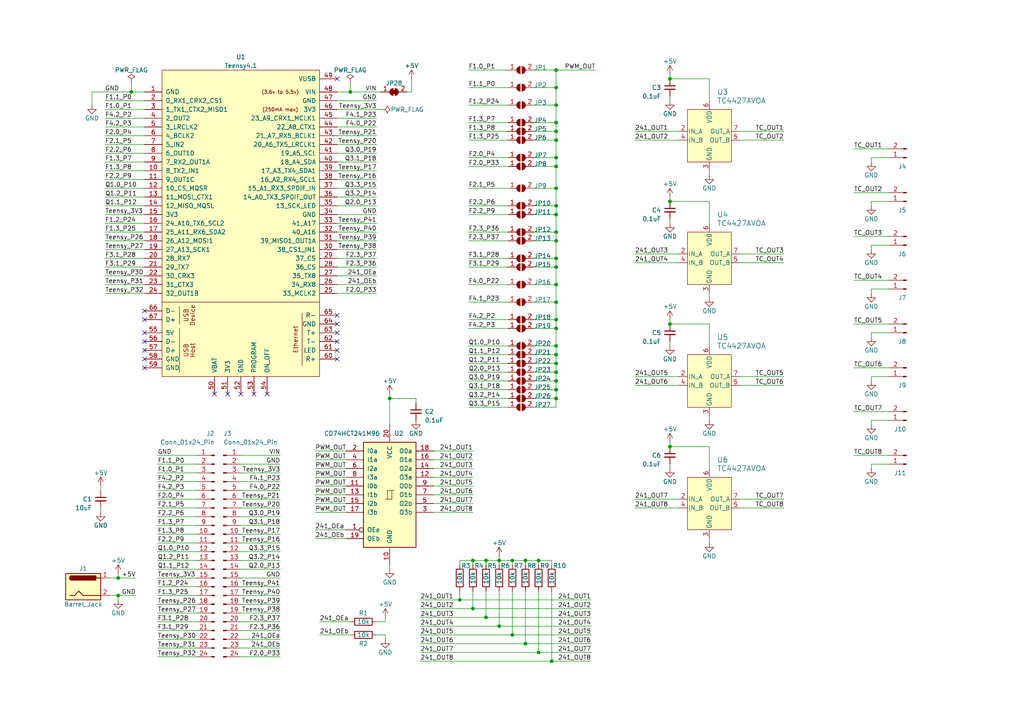
<source format=kicad_sch>
(kicad_sch (version 20230121) (generator eeschema)
  (paper "A4")
  (title_block (title "BeDSyino 1.0") (date "2024-01-11") (rev "1"))
  (junction (at 161.29 74.93))
  (junction (at 161.29 92.71))
  (junction (at 194.31 129.54))
  (junction (at 161.29 45.72))
  (junction (at 161.29 69.85))
  (junction (at 101.6 26.67))
  (junction (at 34.29 172.72))
  (junction (at 160.02 191.77))
  (junction (at 161.29 30.48))
  (junction (at 133.35 173.99))
  (junction (at 161.29 59.69))
  (junction (at 161.29 107.95))
  (junction (at 161.29 87.63))
  (junction (at 161.29 115.57))
  (junction (at 137.16 162.56))
  (junction (at 161.29 105.41))
  (junction (at 148.59 162.56))
  (junction (at 161.29 62.23))
  (junction (at 161.29 25.4))
  (junction (at 161.29 102.87))
  (junction (at 113.03 115.57))
  (junction (at 161.29 35.56))
  (junction (at 161.29 82.55))
  (junction (at 144.78 162.56))
  (junction (at 140.97 162.56))
  (junction (at 156.21 189.23))
  (junction (at 140.97 179.07))
  (junction (at 161.29 20.32))
  (junction (at 38.1 26.67))
  (junction (at 161.29 95.25))
  (junction (at 148.59 184.15))
  (junction (at 161.29 40.64))
  (junction (at 161.29 113.03))
  (junction (at 194.31 93.98))
  (junction (at 161.29 48.26))
  (junction (at 152.4 186.69))
  (junction (at 161.29 54.61))
  (junction (at 161.29 100.33))
  (junction (at 161.29 110.49))
  (junction (at 34.29 167.64))
  (junction (at 137.16 176.53))
  (junction (at 156.21 162.56))
  (junction (at 161.29 67.31))
  (junction (at 161.29 38.1))
  (junction (at 144.78 181.61))
  (junction (at 194.31 22.86))
  (junction (at 152.4 162.56))
  (junction (at 194.31 58.42))
  (junction (at 161.29 77.47))
  (no_connect (at 66.04 114.3))
  (no_connect (at 97.79 99.06))
  (no_connect (at 69.85 114.3))
  (no_connect (at 73.66 114.3))
  (no_connect (at 62.23 114.3))
  (no_connect (at 41.91 101.6))
  (no_connect (at 77.47 114.3))
  (no_connect (at 41.91 99.06))
  (no_connect (at 41.91 90.17))
  (no_connect (at 41.91 106.68))
  (no_connect (at 41.91 96.52))
  (no_connect (at 97.79 104.14))
  (no_connect (at 97.79 93.98))
  (no_connect (at 97.79 22.86))
  (no_connect (at 41.91 92.71))
  (no_connect (at 97.79 101.6))
  (no_connect (at 41.91 104.14))
  (no_connect (at 97.79 91.44))
  (no_connect (at 97.79 96.52))
  (wire (pts (xy 184.15 76.2) (xy 196.85 76.2)))
  (wire (pts (xy 31.75 167.64) (xy 34.29 167.64)))
  (wire (pts (xy 194.31 128.27) (xy 194.31 129.54)))
  (wire (pts (xy 148.59 162.56) (xy 148.59 163.83)))
  (wire (pts (xy 81.28 182.88) (xy 69.85 182.88)))
  (wire (pts (xy 247.65 93.98) (xy 257.81 93.98)))
  (wire (pts (xy 135.89 87.63) (xy 147.32 87.63)))
  (wire (pts (xy 111.76 184.15) (xy 111.76 185.42)))
  (wire (pts (xy 135.89 105.41) (xy 147.32 105.41)))
  (wire (pts (xy 45.72 152.4) (xy 57.15 152.4)))
  (wire (pts (xy 69.85 147.32) (xy 81.28 147.32)))
  (wire (pts (xy 120.65 115.57) (xy 120.65 116.84)))
  (wire (pts (xy 135.89 110.49) (xy 147.32 110.49)))
  (wire (pts (xy 135.89 62.23) (xy 147.32 62.23)))
  (wire (pts (xy 133.35 173.99) (xy 133.35 171.45)))
  (wire (pts (xy 161.29 40.64) (xy 161.29 45.72)))
  (wire (pts (xy 38.1 24.13) (xy 38.1 26.67)))
  (wire (pts (xy 57.15 132.08) (xy 45.72 132.08)))
  (wire (pts (xy 205.74 85.09) (xy 205.74 86.36)))
  (wire (pts (xy 161.29 87.63) (xy 161.29 92.71)))
  (wire (pts (xy 113.03 115.57) (xy 113.03 123.19)))
  (wire (pts (xy 194.31 99.06) (xy 194.31 100.33)))
  (wire (pts (xy 161.29 54.61) (xy 161.29 59.69)))
  (wire (pts (xy 45.72 172.72) (xy 57.15 172.72)))
  (wire (pts (xy 156.21 189.23) (xy 156.21 171.45)))
  (wire (pts (xy 184.15 40.64) (xy 196.85 40.64)))
  (wire (pts (xy 252.73 134.62) (xy 257.81 134.62)))
  (wire (pts (xy 91.44 133.35) (xy 100.33 133.35)))
  (wire (pts (xy 69.85 157.48) (xy 81.28 157.48)))
  (wire (pts (xy 194.31 134.62) (xy 194.31 135.89)))
  (wire (pts (xy 205.74 93.98) (xy 205.74 100.33)))
  (wire (pts (xy 154.94 113.03) (xy 161.29 113.03)))
  (wire (pts (xy 97.79 41.91) (xy 109.22 41.91)))
  (wire (pts (xy 161.29 77.47) (xy 161.29 82.55)))
  (wire (pts (xy 154.94 95.25) (xy 161.29 95.25)))
  (wire (pts (xy 152.4 162.56) (xy 156.21 162.56)))
  (wire (pts (xy 30.48 36.83) (xy 41.91 36.83)))
  (wire (pts (xy 194.31 57.15) (xy 194.31 58.42)))
  (wire (pts (xy 135.89 115.57) (xy 147.32 115.57)))
  (wire (pts (xy 69.85 172.72) (xy 81.28 172.72)))
  (wire (pts (xy 57.15 170.18) (xy 45.72 170.18)))
  (wire (pts (xy 156.21 162.56) (xy 160.02 162.56)))
  (wire (pts (xy 184.15 109.22) (xy 196.85 109.22)))
  (wire (pts (xy 144.78 162.56) (xy 148.59 162.56)))
  (wire (pts (xy 45.72 187.96) (xy 57.15 187.96)))
  (wire (pts (xy 97.79 80.01) (xy 109.22 80.01)))
  (wire (pts (xy 30.48 41.91) (xy 41.91 41.91)))
  (wire (pts (xy 45.72 175.26) (xy 57.15 175.26)))
  (wire (pts (xy 154.94 107.95) (xy 161.29 107.95)))
  (wire (pts (xy 125.73 138.43) (xy 137.16 138.43)))
  (wire (pts (xy 29.21 140.97) (xy 29.21 142.24)))
  (wire (pts (xy 154.94 20.32) (xy 161.29 20.32)))
  (wire (pts (xy 152.4 162.56) (xy 152.4 163.83)))
  (wire (pts (xy 161.29 110.49) (xy 161.29 113.03)))
  (wire (pts (xy 205.74 49.53) (xy 205.74 50.8)))
  (wire (pts (xy 156.21 162.56) (xy 156.21 163.83)))
  (wire (pts (xy 154.94 74.93) (xy 161.29 74.93)))
  (wire (pts (xy 45.72 162.56) (xy 57.15 162.56)))
  (wire (pts (xy 81.28 160.02) (xy 69.85 160.02)))
  (wire (pts (xy 30.48 49.53) (xy 41.91 49.53)))
  (wire (pts (xy 30.48 85.09) (xy 41.91 85.09)))
  (wire (pts (xy 161.29 113.03) (xy 161.29 115.57)))
  (wire (pts (xy 252.73 72.39) (xy 252.73 71.12)))
  (wire (pts (xy 135.89 113.03) (xy 147.32 113.03)))
  (wire (pts (xy 156.21 189.23) (xy 171.45 189.23)))
  (wire (pts (xy 101.6 24.13) (xy 101.6 26.67)))
  (wire (pts (xy 30.48 52.07) (xy 41.91 52.07)))
  (wire (pts (xy 154.94 110.49) (xy 161.29 110.49)))
  (wire (pts (xy 34.29 172.72) (xy 39.37 172.72)))
  (wire (pts (xy 109.22 46.99) (xy 97.79 46.99)))
  (wire (pts (xy 154.94 118.11) (xy 161.29 118.11)))
  (wire (pts (xy 97.79 49.53) (xy 109.22 49.53)))
  (wire (pts (xy 69.85 167.64) (xy 81.28 167.64)))
  (wire (pts (xy 109.22 34.29) (xy 97.79 34.29)))
  (wire (pts (xy 154.94 38.1) (xy 161.29 38.1)))
  (wire (pts (xy 205.74 120.65) (xy 205.74 121.92)))
  (wire (pts (xy 135.89 48.26) (xy 147.32 48.26)))
  (wire (pts (xy 161.29 20.32) (xy 161.29 25.4)))
  (wire (pts (xy 30.48 34.29) (xy 41.91 34.29)))
  (wire (pts (xy 97.79 62.23) (xy 109.22 62.23)))
  (wire (pts (xy 152.4 186.69) (xy 171.45 186.69)))
  (wire (pts (xy 30.48 74.93) (xy 41.91 74.93)))
  (wire (pts (xy 161.29 102.87) (xy 161.29 105.41)))
  (wire (pts (xy 45.72 139.7) (xy 57.15 139.7)))
  (wire (pts (xy 194.31 129.54) (xy 205.74 129.54)))
  (wire (pts (xy 161.29 92.71) (xy 161.29 95.25)))
  (wire (pts (xy 194.31 92.71) (xy 194.31 93.98)))
  (wire (pts (xy 45.72 144.78) (xy 57.15 144.78)))
  (wire (pts (xy 184.15 147.32) (xy 196.85 147.32)))
  (wire (pts (xy 109.22 74.93) (xy 97.79 74.93)))
  (wire (pts (xy 81.28 180.34) (xy 69.85 180.34)))
  (wire (pts (xy 97.79 29.21) (xy 109.22 29.21)))
  (wire (pts (xy 137.16 162.56) (xy 140.97 162.56)))
  (wire (pts (xy 109.22 184.15) (xy 111.76 184.15)))
  (wire (pts (xy 214.63 109.22) (xy 227.33 109.22)))
  (wire (pts (xy 91.44 130.81) (xy 100.33 130.81)))
  (wire (pts (xy 247.65 106.68) (xy 257.81 106.68)))
  (wire (pts (xy 69.85 132.08) (xy 81.28 132.08)))
  (wire (pts (xy 69.85 185.42) (xy 81.28 185.42)))
  (wire (pts (xy 125.73 133.35) (xy 137.16 133.35)))
  (wire (pts (xy 135.89 74.93) (xy 147.32 74.93)))
  (wire (pts (xy 111.76 179.07) (xy 111.76 180.34)))
  (wire (pts (xy 81.28 142.24) (xy 69.85 142.24)))
  (wire (pts (xy 147.32 102.87) (xy 135.89 102.87)))
  (wire (pts (xy 45.72 182.88) (xy 57.15 182.88)))
  (wire (pts (xy 45.72 154.94) (xy 57.15 154.94)))
  (wire (pts (xy 45.72 160.02) (xy 57.15 160.02)))
  (wire (pts (xy 252.73 45.72) (xy 257.81 45.72)))
  (wire (pts (xy 154.94 67.31) (xy 161.29 67.31)))
  (wire (pts (xy 30.48 80.01) (xy 41.91 80.01)))
  (wire (pts (xy 161.29 67.31) (xy 161.29 69.85)))
  (wire (pts (xy 30.48 67.31) (xy 41.91 67.31)))
  (wire (pts (xy 154.94 69.85) (xy 161.29 69.85)))
  (wire (pts (xy 30.48 82.55) (xy 41.91 82.55)))
  (wire (pts (xy 92.71 180.34) (xy 101.6 180.34)))
  (wire (pts (xy 34.29 167.64) (xy 39.37 167.64)))
  (wire (pts (xy 161.29 95.25) (xy 161.29 100.33)))
  (wire (pts (xy 247.65 132.08) (xy 257.81 132.08)))
  (wire (pts (xy 252.73 46.99) (xy 252.73 45.72)))
  (wire (pts (xy 154.94 40.64) (xy 161.29 40.64)))
  (wire (pts (xy 160.02 191.77) (xy 171.45 191.77)))
  (wire (pts (xy 45.72 180.34) (xy 57.15 180.34)))
  (wire (pts (xy 252.73 97.79) (xy 252.73 96.52)))
  (wire (pts (xy 81.28 152.4) (xy 69.85 152.4)))
  (wire (pts (xy 247.65 43.18) (xy 257.81 43.18)))
  (wire (pts (xy 154.94 62.23) (xy 161.29 62.23)))
  (wire (pts (xy 81.28 139.7) (xy 69.85 139.7)))
  (wire (pts (xy 252.73 58.42) (xy 257.81 58.42)))
  (wire (pts (xy 91.44 138.43) (xy 100.33 138.43)))
  (wire (pts (xy 194.31 27.94) (xy 194.31 29.21)))
  (wire (pts (xy 154.94 82.55) (xy 161.29 82.55)))
  (wire (pts (xy 133.35 173.99) (xy 171.45 173.99)))
  (wire (pts (xy 161.29 25.4) (xy 161.29 30.48)))
  (wire (pts (xy 91.44 148.59) (xy 100.33 148.59)))
  (wire (pts (xy 135.89 20.32) (xy 147.32 20.32)))
  (wire (pts (xy 140.97 162.56) (xy 140.97 163.83)))
  (wire (pts (xy 100.33 153.67) (xy 91.44 153.67)))
  (wire (pts (xy 135.89 45.72) (xy 147.32 45.72)))
  (wire (pts (xy 45.72 137.16) (xy 57.15 137.16)))
  (wire (pts (xy 214.63 73.66) (xy 227.33 73.66)))
  (wire (pts (xy 154.94 48.26) (xy 161.29 48.26)))
  (wire (pts (xy 97.79 31.75) (xy 110.49 31.75)))
  (wire (pts (xy 135.89 54.61) (xy 147.32 54.61)))
  (wire (pts (xy 69.85 175.26) (xy 81.28 175.26)))
  (wire (pts (xy 26.67 30.48) (xy 26.67 26.67)))
  (wire (pts (xy 161.29 100.33) (xy 161.29 102.87)))
  (wire (pts (xy 125.73 140.97) (xy 137.16 140.97)))
  (wire (pts (xy 154.94 35.56) (xy 161.29 35.56)))
  (wire (pts (xy 154.94 77.47) (xy 161.29 77.47)))
  (wire (pts (xy 121.92 181.61) (xy 144.78 181.61)))
  (wire (pts (xy 252.73 59.69) (xy 252.73 58.42)))
  (wire (pts (xy 125.73 130.81) (xy 137.16 130.81)))
  (wire (pts (xy 125.73 143.51) (xy 137.16 143.51)))
  (wire (pts (xy 161.29 30.48) (xy 161.29 35.56)))
  (wire (pts (xy 161.29 107.95) (xy 161.29 110.49)))
  (wire (pts (xy 161.29 35.56) (xy 161.29 38.1)))
  (wire (pts (xy 148.59 162.56) (xy 152.4 162.56)))
  (wire (pts (xy 125.73 135.89) (xy 137.16 135.89)))
  (wire (pts (xy 184.15 38.1) (xy 196.85 38.1)))
  (wire (pts (xy 81.28 190.5) (xy 69.85 190.5)))
  (wire (pts (xy 135.89 67.31) (xy 147.32 67.31)))
  (wire (pts (xy 137.16 162.56) (xy 137.16 163.83)))
  (wire (pts (xy 45.72 190.5) (xy 57.15 190.5)))
  (wire (pts (xy 45.72 177.8) (xy 57.15 177.8)))
  (wire (pts (xy 161.29 102.87) (xy 154.94 102.87)))
  (wire (pts (xy 30.48 57.15) (xy 41.91 57.15)))
  (wire (pts (xy 161.29 115.57) (xy 161.29 118.11)))
  (wire (pts (xy 133.35 162.56) (xy 137.16 162.56)))
  (wire (pts (xy 214.63 144.78) (xy 227.33 144.78)))
  (wire (pts (xy 45.72 165.1) (xy 57.15 165.1)))
  (wire (pts (xy 154.94 59.69) (xy 161.29 59.69)))
  (wire (pts (xy 154.94 92.71) (xy 161.29 92.71)))
  (wire (pts (xy 252.73 85.09) (xy 252.73 83.82)))
  (wire (pts (xy 91.44 140.97) (xy 100.33 140.97)))
  (wire (pts (xy 135.89 69.85) (xy 147.32 69.85)))
  (wire (pts (xy 69.85 177.8) (xy 81.28 177.8)))
  (wire (pts (xy 154.94 105.41) (xy 161.29 105.41)))
  (wire (pts (xy 109.22 59.69) (xy 97.79 59.69)))
  (wire (pts (xy 30.48 77.47) (xy 41.91 77.47)))
  (wire (pts (xy 121.92 186.69) (xy 152.4 186.69)))
  (wire (pts (xy 125.73 146.05) (xy 137.16 146.05)))
  (wire (pts (xy 109.22 54.61) (xy 97.79 54.61)))
  (wire (pts (xy 30.48 54.61) (xy 41.91 54.61)))
  (wire (pts (xy 161.29 20.32) (xy 172.72 20.32)))
  (wire (pts (xy 135.89 35.56) (xy 147.32 35.56)))
  (wire (pts (xy 45.72 167.64) (xy 57.15 167.64)))
  (wire (pts (xy 69.85 154.94) (xy 81.28 154.94)))
  (wire (pts (xy 69.85 137.16) (xy 81.28 137.16)))
  (wire (pts (xy 29.21 147.32) (xy 29.21 148.59)))
  (wire (pts (xy 247.65 119.38) (xy 257.81 119.38)))
  (wire (pts (xy 205.74 129.54) (xy 205.74 135.89)))
  (wire (pts (xy 34.29 166.37) (xy 34.29 167.64)))
  (wire (pts (xy 30.48 39.37) (xy 41.91 39.37)))
  (wire (pts (xy 252.73 110.49) (xy 252.73 109.22)))
  (wire (pts (xy 121.92 184.15) (xy 148.59 184.15)))
  (wire (pts (xy 113.03 163.83) (xy 113.03 165.1)))
  (wire (pts (xy 194.31 63.5) (xy 194.31 64.77)))
  (wire (pts (xy 38.1 26.67) (xy 41.91 26.67)))
  (wire (pts (xy 121.92 173.99) (xy 133.35 173.99)))
  (wire (pts (xy 97.79 67.31) (xy 109.22 67.31)))
  (wire (pts (xy 97.79 64.77) (xy 109.22 64.77)))
  (wire (pts (xy 140.97 179.07) (xy 140.97 171.45)))
  (wire (pts (xy 152.4 186.69) (xy 152.4 171.45)))
  (wire (pts (xy 135.89 118.11) (xy 147.32 118.11)))
  (wire (pts (xy 91.44 135.89) (xy 100.33 135.89)))
  (wire (pts (xy 97.79 72.39) (xy 109.22 72.39)))
  (wire (pts (xy 118.11 26.67) (xy 119.38 26.67)))
  (wire (pts (xy 69.85 144.78) (xy 81.28 144.78)))
  (wire (pts (xy 30.48 46.99) (xy 41.91 46.99)))
  (wire (pts (xy 45.72 157.48) (xy 57.15 157.48)))
  (wire (pts (xy 154.94 100.33) (xy 161.29 100.33)))
  (wire (pts (xy 26.67 26.67) (xy 38.1 26.67)))
  (wire (pts (xy 184.15 144.78) (xy 196.85 144.78)))
  (wire (pts (xy 135.89 59.69) (xy 147.32 59.69)))
  (wire (pts (xy 184.15 111.76) (xy 196.85 111.76)))
  (wire (pts (xy 252.73 71.12) (xy 257.81 71.12)))
  (wire (pts (xy 252.73 83.82) (xy 257.81 83.82)))
  (wire (pts (xy 194.31 22.86) (xy 205.74 22.86)))
  (wire (pts (xy 160.02 162.56) (xy 160.02 163.83)))
  (wire (pts (xy 97.79 52.07) (xy 109.22 52.07)))
  (wire (pts (xy 252.73 96.52) (xy 257.81 96.52)))
  (wire (pts (xy 125.73 148.59) (xy 137.16 148.59)))
  (wire (pts (xy 109.22 44.45) (xy 97.79 44.45)))
  (wire (pts (xy 133.35 163.83) (xy 133.35 162.56)))
  (wire (pts (xy 109.22 36.83) (xy 97.79 36.83)))
  (wire (pts (xy 92.71 184.15) (xy 101.6 184.15)))
  (wire (pts (xy 205.74 58.42) (xy 205.74 64.77)))
  (wire (pts (xy 137.16 176.53) (xy 137.16 171.45)))
  (wire (pts (xy 154.94 115.57) (xy 161.29 115.57)))
  (wire (pts (xy 135.89 92.71) (xy 147.32 92.71)))
  (wire (pts (xy 161.29 38.1) (xy 161.29 40.64)))
  (wire (pts (xy 144.78 161.29) (xy 144.78 162.56)))
  (wire (pts (xy 247.65 81.28) (xy 257.81 81.28)))
  (wire (pts (xy 135.89 38.1) (xy 147.32 38.1)))
  (wire (pts (xy 30.48 72.39) (xy 41.91 72.39)))
  (wire (pts (xy 154.94 87.63) (xy 161.29 87.63)))
  (wire (pts (xy 161.29 48.26) (xy 161.29 54.61)))
  (wire (pts (xy 160.02 191.77) (xy 160.02 171.45)))
  (wire (pts (xy 30.48 31.75) (xy 41.91 31.75)))
  (wire (pts (xy 45.72 147.32) (xy 57.15 147.32)))
  (wire (pts (xy 194.31 21.59) (xy 194.31 22.86)))
  (wire (pts (xy 184.15 73.66) (xy 196.85 73.66)))
  (wire (pts (xy 140.97 179.07) (xy 171.45 179.07)))
  (wire (pts (xy 135.89 40.64) (xy 147.32 40.64)))
  (wire (pts (xy 69.85 170.18) (xy 81.28 170.18)))
  (wire (pts (xy 30.48 29.21) (xy 41.91 29.21)))
  (wire (pts (xy 247.65 68.58) (xy 257.81 68.58)))
  (wire (pts (xy 97.79 26.67) (xy 101.6 26.67)))
  (wire (pts (xy 140.97 162.56) (xy 144.78 162.56)))
  (wire (pts (xy 161.29 82.55) (xy 161.29 87.63)))
  (wire (pts (xy 214.63 147.32) (xy 227.33 147.32)))
  (wire (pts (xy 135.89 82.55) (xy 147.32 82.55)))
  (wire (pts (xy 97.79 69.85) (xy 109.22 69.85)))
  (wire (pts (xy 119.38 22.86) (xy 119.38 26.67)))
  (wire (pts (xy 252.73 109.22) (xy 257.81 109.22)))
  (wire (pts (xy 252.73 121.92) (xy 257.81 121.92)))
  (wire (pts (xy 214.63 76.2) (xy 227.33 76.2)))
  (wire (pts (xy 161.29 59.69) (xy 161.29 62.23)))
  (wire (pts (xy 34.29 172.72) (xy 34.29 173.99)))
  (wire (pts (xy 113.03 115.57) (xy 120.65 115.57)))
  (wire (pts (xy 30.48 62.23) (xy 41.91 62.23)))
  (wire (pts (xy 144.78 162.56) (xy 144.78 163.83)))
  (wire (pts (xy 161.29 62.23) (xy 161.29 67.31)))
  (wire (pts (xy 154.94 54.61) (xy 161.29 54.61)))
  (wire (pts (xy 148.59 184.15) (xy 148.59 171.45)))
  (wire (pts (xy 31.75 172.72) (xy 34.29 172.72)))
  (wire (pts (xy 101.6 26.67) (xy 110.49 26.67)))
  (wire (pts (xy 109.22 85.09) (xy 97.79 85.09)))
  (wire (pts (xy 45.72 142.24) (xy 57.15 142.24)))
  (wire (pts (xy 81.28 162.56) (xy 69.85 162.56)))
  (wire (pts (xy 81.28 165.1) (xy 69.85 165.1)))
  (wire (pts (xy 227.33 40.64) (xy 214.63 40.64)))
  (wire (pts (xy 137.16 176.53) (xy 171.45 176.53)))
  (wire (pts (xy 227.33 38.1) (xy 214.63 38.1)))
  (wire (pts (xy 144.78 181.61) (xy 144.78 171.45)))
  (wire (pts (xy 121.92 191.77) (xy 160.02 191.77)))
  (wire (pts (xy 113.03 114.3) (xy 113.03 115.57)))
  (wire (pts (xy 135.89 95.25) (xy 147.32 95.25)))
  (wire (pts (xy 81.28 149.86) (xy 69.85 149.86)))
  (wire (pts (xy 205.74 156.21) (xy 205.74 157.48)))
  (wire (pts (xy 109.22 77.47) (xy 97.79 77.47)))
  (wire (pts (xy 109.22 57.15) (xy 97.79 57.15)))
  (wire (pts (xy 135.89 25.4) (xy 147.32 25.4)))
  (wire (pts (xy 148.59 184.15) (xy 171.45 184.15)))
  (wire (pts (xy 161.29 74.93) (xy 161.29 77.47)))
  (wire (pts (xy 30.48 59.69) (xy 41.91 59.69)))
  (wire (pts (xy 45.72 185.42) (xy 57.15 185.42)))
  (wire (pts (xy 194.31 93.98) (xy 205.74 93.98)))
  (wire (pts (xy 154.94 30.48) (xy 161.29 30.48)))
  (wire (pts (xy 97.79 82.55) (xy 109.22 82.55)))
  (wire (pts (xy 30.48 69.85) (xy 41.91 69.85)))
  (wire (pts (xy 30.48 44.45) (xy 41.91 44.45)))
  (wire (pts (xy 91.44 146.05) (xy 100.33 146.05)))
  (wire (pts (xy 69.85 134.62) (xy 81.28 134.62)))
  (wire (pts (xy 135.89 107.95) (xy 147.32 107.95)))
  (wire (pts (xy 45.72 149.86) (xy 57.15 149.86)))
  (wire (pts (xy 121.92 179.07) (xy 140.97 179.07)))
  (wire (pts (xy 194.31 58.42) (xy 205.74 58.42)))
  (wire (pts (xy 214.63 111.76) (xy 227.33 111.76)))
  (wire (pts (xy 252.73 123.19) (xy 252.73 121.92)))
  (wire (pts (xy 144.78 181.61) (xy 171.45 181.61)))
  (wire (pts (xy 91.44 143.51) (xy 100.33 143.51)))
  (wire (pts (xy 135.89 77.47) (xy 147.32 77.47)))
  (wire (pts (xy 154.94 25.4) (xy 161.29 25.4)))
  (wire (pts (xy 100.33 156.21) (xy 91.44 156.21)))
  (wire (pts (xy 121.92 176.53) (xy 137.16 176.53)))
  (wire (pts (xy 41.91 64.77) (xy 30.48 64.77)))
  (wire (pts (xy 135.89 30.48) (xy 147.32 30.48)))
  (wire (pts (xy 69.85 187.96) (xy 81.28 187.96)))
  (wire (pts (xy 109.22 180.34) (xy 111.76 180.34)))
  (wire (pts (xy 135.89 100.33) (xy 147.32 100.33)))
  (wire (pts (xy 121.92 189.23) (xy 156.21 189.23)))
  (wire (pts (xy 45.72 134.62) (xy 57.15 134.62)))
  (wire (pts (xy 252.73 135.89) (xy 252.73 134.62)))
  (wire (pts (xy 205.74 22.86) (xy 205.74 29.21)))
  (wire (pts (xy 247.65 55.88) (xy 257.81 55.88)))
  (wire (pts (xy 97.79 39.37) (xy 109.22 39.37)))
  (wire (pts (xy 154.94 45.72) (xy 161.29 45.72)))
  (wire (pts (xy 161.29 105.41) (xy 161.29 107.95)))
  (wire (pts (xy 161.29 69.85) (xy 161.29 74.93)))
  (wire (pts (xy 161.29 45.72) (xy 161.29 48.26)))
  (label "Teensy_P31" (at 30.48 82.55 0))
  (label "F4.2_P2" (at 45.72 139.7 0))
  (label "Q1.2_P11" (at 45.72 162.56 0))
  (label "PWM_OUT" (at 91.44 138.43 0))
  (label "Teensy_P27" (at 45.72 177.8 0))
  (label "Q3.0_P19" (at 135.89 110.49 0))
  (label "Q3.0_P19" (at 109.22 44.45 180))
  (label "241_OUT4" (at 121.92 181.61 0))
  (label "F1.2_P24" (at 45.72 170.18 0))
  (label "TC_OUT2" (at 247.65 55.88 0))
  (label "241_OUT1" (at 121.92 173.99 0))
  (label "F1.3_P25" (at 30.48 67.31 0))
  (label "Teensy_P27" (at 30.48 72.39 0))
  (label "241_OEb" (at 81.28 187.96 180))
  (label "241_OUT5" (at 184.15 109.22 0))
  (label "Q3.3_P15" (at 109.22 54.61 180))
  (label "Teensy_P41" (at 81.28 170.18 180))
  (label "241_OUT7" (at 121.92 189.23 0))
  (label "F2.3_P37" (at 81.28 180.34 180))
  (label "Teensy_P21" (at 109.22 39.37 180))
  (label "TC_OUT5" (at 227.33 109.22 180))
  (label "Q1.2_P11" (at 135.89 105.41 0))
  (label "F1.2_P24" (at 30.48 64.77 0))
  (label "F3.1_P28" (at 45.72 180.34 0))
  (label "Q1.0_P10" (at 45.72 160.02 0))
  (label "241_OUT2" (at 137.16 133.35 180))
  (label "F4.2_P2" (at 30.48 34.29 0))
  (label "F1.0_P1" (at 45.72 137.16 0))
  (label "PWM_OUT" (at 91.44 146.05 0))
  (label "Q1.1_P12" (at 135.89 102.87 0))
  (label "PWM_OUT" (at 91.44 130.81 0))
  (label "241_OEb" (at 92.71 184.15 0))
  (label "Q3.1_P18" (at 81.28 152.4 180))
  (label "241_OUT8" (at 171.45 191.77 180))
  (label "F3.1_P29" (at 135.89 77.47 0))
  (label "241_OUT1" (at 137.16 130.81 180))
  (label "241_OUT2" (at 171.45 176.53 180))
  (label "F4.2_P2" (at 135.89 92.71 0))
  (label "241_OEa" (at 81.28 185.42 180))
  (label "Teensy_P17" (at 81.28 154.94 180))
  (label "F4.0_P22" (at 81.28 142.24 180))
  (label "Teensy_P38" (at 109.22 72.39 180))
  (label "F2.2_P6" (at 135.89 59.69 0))
  (label "Teensy_P41" (at 109.22 64.77 180))
  (label "TC_OUT5" (at 247.65 93.98 0))
  (label "F2.3_P36" (at 109.22 77.47 180))
  (label "241_OUT4" (at 184.15 76.2 0))
  (label "TC_OUT1" (at 227.33 38.1 180))
  (label "241_OEa" (at 91.44 153.67 0))
  (label "F1.3_P8" (at 135.89 38.1 0))
  (label "Q1.1_P12" (at 30.48 59.69 0))
  (label "F2.3_P37" (at 109.22 74.93 180))
  (label "F1.0_P1" (at 135.89 20.32 0))
  (label "241_OUT4" (at 137.16 138.43 180))
  (label "GND" (at 109.22 62.23 180))
  (label "Teensy_3V3" (at 30.48 62.23 0))
  (label "F4.1_P23" (at 109.22 34.29 180))
  (label "Q3.3_P15" (at 135.89 118.11 0))
  (label "TC_OUT7" (at 247.65 119.38 0))
  (label "TC_OUT8" (at 227.33 147.32 180))
  (label "Teensy_3V3" (at 45.72 167.64 0))
  (label "F2.0_P33" (at 109.22 85.09 180))
  (label "241_OUT5" (at 121.92 184.15 0))
  (label "241_OUT8" (at 184.15 147.32 0))
  (label "Teensy_P20" (at 81.28 147.32 180))
  (label "F1.3_P8" (at 30.48 49.53 0))
  (label "PWM_OUT" (at 91.44 143.51 0))
  (label "TC_OUT3" (at 247.65 68.58 0))
  (label "GND" (at 81.28 134.62 180))
  (label "241_OEa" (at 109.22 80.01 180))
  (label "F3.1_P28" (at 30.48 74.93 0))
  (label "241_OUT5" (at 137.16 140.97 180))
  (label "Q2.0_P13" (at 81.28 165.1 180))
  (label "Teensy_P20" (at 109.22 41.91 180))
  (label "F4.2_P3" (at 135.89 95.25 0))
  (label "GND" (at 30.48 26.67 0))
  (label "241_OUT3" (at 171.45 179.07 180))
  (label "241_OUT1" (at 184.15 38.1 0))
  (label "241_OUT5" (at 171.45 184.15 180))
  (label "VIN" (at 81.28 132.08 180))
  (label "F2.2_P9" (at 30.48 52.07 0))
  (label "Teensy_3V3" (at 81.28 137.16 180))
  (label "F1.3_P25" (at 135.89 40.64 0))
  (label "Teensy_P26" (at 45.72 175.26 0))
  (label "Q1.1_P12" (at 45.72 165.1 0))
  (label "F2.0_P4" (at 30.48 39.37 0))
  (label "Teensy_P17" (at 109.22 49.53 180))
  (label "VIN" (at 109.22 26.67 180))
  (label "Q3.0_P19" (at 81.28 149.86 180))
  (label "F2.0_P33" (at 81.28 190.5 180))
  (label "F2.3_P37" (at 135.89 69.85 0))
  (label "241_OUT6" (at 137.16 143.51 180))
  (label "Teensy_P26" (at 30.48 69.85 0))
  (label "241_OUT3" (at 121.92 179.07 0))
  (label "F2.1_P5" (at 135.89 54.61 0))
  (label "241_OUT2" (at 121.92 176.53 0))
  (label "241_OUT1" (at 171.45 173.99 180))
  (label "Teensy_P40" (at 109.22 67.31 180))
  (label "GND" (at 45.72 132.08 0))
  (label "241_OUT3" (at 137.16 135.89 180))
  (label "241_OUT8" (at 121.92 191.77 0))
  (label "Teensy_P38" (at 81.28 177.8 180))
  (label "PWM_OUT" (at 172.72 20.32 180))
  (label "PWM_OUT" (at 91.44 148.59 0))
  (label "F1.1_P0" (at 30.48 29.21 0))
  (label "241_OUT6" (at 121.92 186.69 0))
  (label "F1.3_P8" (at 45.72 154.94 0))
  (label "F1.0_P1" (at 30.48 31.75 0))
  (label "Teensy_P31" (at 45.72 187.96 0))
  (label "Teensy_3V3" (at 109.22 31.75 180))
  (label "241_OUT8" (at 137.16 148.59 180))
  (label "F2.2_P6" (at 30.48 44.45 0))
  (label "F2.2_P9" (at 135.89 62.23 0))
  (label "GND" (at 39.37 172.72 180))
  (label "F1.3_P7" (at 30.48 46.99 0))
  (label "F2.0_P4" (at 45.72 144.78 0))
  (label "Q3.1_P18" (at 109.22 46.99 180))
  (label "Q1.2_P11" (at 30.48 57.15 0))
  (label "TC_OUT8" (at 247.65 132.08 0))
  (label "Teensy_P32" (at 30.48 85.09 0))
  (label "Teensy_P40" (at 81.28 172.72 180))
  (label "241_OUT7" (at 171.45 189.23 180))
  (label "Q2.0_P13" (at 135.89 107.95 0))
  (label "Q1.0_P10" (at 135.89 100.33 0))
  (label "241_OUT4" (at 171.45 181.61 180))
  (label "Teensy_P21" (at 81.28 144.78 180))
  (label "Q3.1_P18" (at 135.89 113.03 0))
  (label "Teensy_P30" (at 30.48 80.01 0))
  (label "F4.2_P3" (at 45.72 142.24 0))
  (label "TC_OUT3" (at 227.33 73.66 180))
  (label "241_OUT3" (at 184.15 73.66 0))
  (label "PWM_OUT" (at 91.44 135.89 0))
  (label "F2.2_P6" (at 45.72 149.86 0))
  (label "F4.1_P23" (at 81.28 139.7 180))
  (label "F4.2_P3" (at 30.48 36.83 0))
  (label "F1.2_P24" (at 135.89 30.48 0))
  (label "F4.0_P22" (at 109.22 36.83 180))
  (label "F2.3_P36" (at 81.28 182.88 180))
  (label "TC_OUT4" (at 227.33 76.2 180))
  (label "241_OEa" (at 92.71 180.34 0))
  (label "Teensy_P16" (at 81.28 157.48 180))
  (label "F2.0_P33" (at 135.89 48.26 0))
  (label "Q3.2_P14" (at 81.28 162.56 180))
  (label "241_OEb" (at 109.22 82.55 180))
  (label "241_OUT6" (at 184.15 111.76 0))
  (label "F3.1_P29" (at 30.48 77.47 0))
  (label "F3.1_P29" (at 45.72 182.88 0))
  (label "Teensy_P39" (at 109.22 69.85 180))
  (label "241_OUT7" (at 184.15 144.78 0))
  (label "F1.1_P0" (at 45.72 134.62 0))
  (label "Q3.2_P14" (at 109.22 57.15 180))
  (label "Teensy_P30" (at 45.72 185.42 0))
  (label "Q1.0_P10" (at 30.48 54.61 0))
  (label "F1.3_P7" (at 135.89 35.56 0))
  (label "241_OUT7" (at 137.16 146.05 180))
  (label "F1.1_P0" (at 135.89 25.4 0))
  (label "TC_OUT1" (at 247.65 43.18 0))
  (label "TC_OUT6" (at 247.65 106.68 0))
  (label "241_OUT6" (at 171.45 186.69 180))
  (label "Teensy_P39" (at 81.28 175.26 180))
  (label "Teensy_P16" (at 109.22 52.07 180))
  (label "TC_OUT2" (at 227.33 40.64 180))
  (label "+5V" (at 39.37 167.64 180))
  (label "TC_OUT4" (at 247.65 81.28 0))
  (label "TC_OUT6" (at 227.33 111.76 180))
  (label "PWM_OUT" (at 91.44 140.97 0))
  (label "F2.3_P36" (at 135.89 67.31 0))
  (label "F4.1_P23" (at 135.89 87.63 0))
  (label "F4.0_P22" (at 135.89 82.55 0))
  (label "GND" (at 109.22 29.21 180))
  (label "F3.1_P28" (at 135.89 74.93 0))
  (label "F2.2_P9" (at 45.72 157.48 0))
  (label "Q2.0_P13" (at 109.22 59.69 180))
  (label "Teensy_P32" (at 45.72 190.5 0))
  (label "PWM_OUT" (at 91.44 133.35 0))
  (label "F1.3_P7" (at 45.72 152.4 0))
  (label "Q3.2_P14" (at 135.89 115.57 0))
  (label "241_OEb" (at 91.44 156.21 0))
  (label "241_OUT2" (at 184.15 40.64 0))
  (label "F2.1_P5" (at 30.48 41.91 0))
  (label "Q3.3_P15" (at 81.28 160.02 180))
  (label "GND" (at 81.28 167.64 180))
  (label "F2.1_P5" (at 45.72 147.32 0))
  (label "TC_OUT7" (at 227.33 144.78 180))
  (label "F2.0_P4" (at 135.89 45.72 0))
  (label "F1.3_P25" (at 45.72 172.72 0))
  (symbol (lib_id "Library:C_Small") (at 194.31 96.52 0) (unit 1)
    (property "Reference" "C5" (at 191.77 96.52 0) (effects (justify right)))
    (property "Value" "0.1uF" (at 191.77 99.06 0) (effects (justify right)))
    (property "Footprint" "Capacitor_SMD:C_0805_2012Metric" (effects hide))
    (property "LCSC Part #" "C49678" (effects hide))
  )
  (symbol (lib_id "Library:Conn_01x02_Pin") (at 262.89 96.52 180) (unit 1) (in_bom no)
    (property "Reference" "J8" (at 262.89 99.06 0) (effects (justify left)))
    (property "Value" "Conn_01x02_Pin" (effects hide))
    (property "Footprint" "Library:Molex_KK-254_AE-7395-02_1x02_P2.54mm_Horizontal" (effects hide))
  )
  (symbol (lib_id "Library:SolderJumper_2_Open") (at 151.13 100.33 0) (unit 1) (in_bom no)
    (property "Reference" "JP20" (at 154.94 100.33 0) (effects (justify left bottom)))
    (property "Value" "Q1.0 P10" (effects hide))
    (property "Footprint" "Jumper:SolderJumper-2_P1.3mm_Open_TrianglePad1.0x1.5mm" (effects hide))
  )
  (symbol (lib_id "Library:GND") (at 111.76 185.42 0) (unit 1)
    (property "Reference" "#PWR07" (effects hide))
    (property "Value" "GND" (at 111.76 189.23 0))
  )
  (symbol (lib_id "Library:GND") (at 252.73 46.99 0) (mirror y) (unit 1)
    (property "Reference" "#PWR022" (effects hide))
    (property "Value" "GND" (at 252.73 50.8 0))
  )
  (symbol (lib_id "Library:Conn_01x02_Pin") (at 262.89 134.62 180) (unit 1) (in_bom no)
    (property "Reference" "J11" (at 262.89 137.16 0) (effects (justify left)))
    (property "Value" "Conn_01x02_Pin" (effects hide))
    (property "Footprint" "Library:Molex_KK-254_AE-7395-02_1x02_P2.54mm_Horizontal" (effects hide))
  )
  (symbol (lib_id "Library:TC4427AVOA") (at 205.74 40.64 0) (unit 1)
    (property "Reference" "U3" (at 207.9341 26.67 0) (effects (font (size 1.524 1.524)) (justify left)))
    (property "Value" "TC4427AVOA" (at 207.9341 29.21 0) (effects (font (size 1.524 1.524)) (justify left)))
    (property "Footprint" "Library:SOIC8-N_MC_MCH" (effects hide))
    (property "Datasheet" "TC4427AVOA" (effects hide))
    (property "LCSC Part #" "C624944" (effects hide))
    (property "JLCPCB Rotation Offset" "270" (effects hide))
  )
  (symbol (lib_id "Library:GND") (at 252.73 135.89 0) (mirror y) (unit 1)
    (property "Reference" "#PWR029" (effects hide))
    (property "Value" "GND" (at 252.73 139.7 0))
  )
  (symbol (lib_id "Library:R") (at 105.41 180.34 270) (unit 1)
    (property "Reference" "R1" (at 105.41 177.8 90))
    (property "Value" "10k" (at 105.41 180.34 90))
    (property "Footprint" "Resistor_SMD:R_0805_2012Metric" (effects hide))
    (property "LCSC Part #" "C100047" (effects hide))
  )
  (symbol (lib_id "Library:+5V") (at 144.78 161.29 0) (unit 1)
    (property "Reference" "#PWR09" (effects hide))
    (property "Value" "+5V" (at 144.78 157.48 0))
  )
  (symbol (lib_id "Library:PWR_FLAG") (at 38.1 24.13 0) (unit 1)
    (property "Reference" "#FLG02" (effects hide))
    (property "Value" "PWR_FLAG" (at 38.1 20.32 0))
  )
  (symbol (lib_id "Library:R") (at 152.4 167.64 0) (unit 1)
    (property "Reference" "R8" (at 154.178 164.084 0))
    (property "Value" "10k" (at 152.4 167.64 90))
    (property "Footprint" "Resistor_SMD:R_0805_2012Metric" (effects hide))
    (property "LCSC Part #" "C100047" (effects hide))
  )
  (symbol (lib_id "Library:SolderJumper_2_Open") (at 151.13 77.47 0) (unit 1) (in_bom no)
    (property "Reference" "JP15" (at 154.94 77.47 0) (effects (justify left bottom)))
    (property "Value" "F3.1 P29" (effects hide))
    (property "Footprint" "Jumper:SolderJumper-2_P1.3mm_Open_TrianglePad1.0x1.5mm" (effects hide))
  )
  (symbol (lib_id "Library:Conn_01x24_Pin") (at 62.23 160.02 0) (mirror y) (unit 1) (in_bom no) (on_board no)
    (property "Reference" "J2" (at 62.23 125.73 0) (effects (justify left)))
    (property "Value" "Conn_01x24_Pin" (at 62.23 128.27 0) (effects (justify left)))
    (property "Footprint" "Connector_PinHeader_2.54mm:PinHeader_1x24_P2.54mm_Vertical" (effects hide))
  )
  (symbol (lib_id "Library:SolderJumper_2_Open") (at 151.13 38.1 0) (unit 1) (in_bom no)
    (property "Reference" "JP5" (at 154.94 38.1 0) (effects (justify left bottom)))
    (property "Value" "F1.3 P8" (effects hide))
    (property "Footprint" "Jumper:SolderJumper-2_P1.3mm_Open_TrianglePad1.0x1.5mm" (effects hide))
  )
  (symbol (lib_id "Library:GND") (at 205.74 157.48 0) (mirror y) (unit 1)
    (property "Reference" "#PWR021" (effects hide))
    (property "Value" "GND" (at 205.74 161.29 0))
  )
  (symbol (lib_id "Library:SolderJumper_2_Open") (at 151.13 54.61 0) (unit 1) (in_bom no)
    (property "Reference" "JP9" (at 154.94 54.61 0) (effects (justify left bottom)))
    (property "Value" "F2.1 P5" (effects hide))
    (property "Footprint" "Jumper:SolderJumper-2_P1.3mm_Open_TrianglePad1.0x1.5mm" (effects hide))
  )
  (symbol (lib_id "Library:C_Small") (at 194.31 132.08 0) (unit 1)
    (property "Reference" "C6" (at 191.77 132.08 0) (effects (justify right)))
    (property "Value" "0.1uF" (at 191.77 134.62 0) (effects (justify right)))
    (property "Footprint" "Capacitor_SMD:C_0805_2012Metric" (effects hide))
    (property "LCSC Part #" "C49678" (effects hide))
  )
  (symbol (lib_id "Library:GND") (at 194.31 135.89 0) (mirror y) (unit 1)
    (property "Reference" "#PWR017" (effects hide))
    (property "Value" "GND" (at 194.31 139.7 0))
  )
  (symbol (lib_id "Library:TC4427AVOA") (at 205.74 111.76 0) (unit 1)
    (property "Reference" "U5" (at 207.9341 97.79 0) (effects (font (size 1.524 1.524)) (justify left)))
    (property "Value" "TC4427AVOA" (at 207.9341 100.33 0) (effects (font (size 1.524 1.524)) (justify left)))
    (property "Footprint" "Library:SOIC8-N_MC_MCH" (effects hide))
    (property "Datasheet" "TC4427AVOA" (effects hide))
    (property "LCSC Part #" "C624944" (effects hide))
    (property "JLCPCB Rotation Offset" "270" (effects hide))
  )
  (symbol (lib_id "Library:SolderJumper_2_Open") (at 151.13 115.57 0) (unit 1) (in_bom no)
    (property "Reference" "JP26" (at 154.94 115.57 0) (effects (justify left bottom)))
    (property "Value" "Q3.2 P14" (effects hide))
    (property "Footprint" "Jumper:SolderJumper-2_P1.3mm_Open_TrianglePad1.0x1.5mm" (effects hide))
  )
  (symbol (lib_id "Library:+5V") (at 29.21 140.97 0) (unit 1)
    (property "Reference" "#PWR01" (effects hide))
    (property "Value" "+5V" (at 29.21 137.16 0))
  )
  (symbol (lib_id "Library:R") (at 160.02 167.64 0) (unit 1)
    (property "Reference" "R10" (at 162.306 164.084 0))
    (property "Value" "10k" (at 160.02 167.64 90))
    (property "Footprint" "Resistor_SMD:R_0805_2012Metric" (effects hide))
    (property "LCSC Part #" "C100047" (effects hide))
  )
  (symbol (lib_id "Library:+5V") (at 194.31 57.15 0) (mirror y) (unit 1)
    (property "Reference" "#PWR030" (effects hide))
    (property "Value" "+5V" (at 194.31 53.34 0))
  )
  (symbol (lib_id "Library:R") (at 144.78 167.64 0) (unit 1)
    (property "Reference" "R6" (at 146.558 164.084 0))
    (property "Value" "10k" (at 144.78 167.64 90))
    (property "Footprint" "Resistor_SMD:R_0805_2012Metric" (effects hide))
    (property "LCSC Part #" "C100047" (effects hide))
  )
  (symbol (lib_id "Library:SolderJumper_2_Open") (at 151.13 105.41 0) (unit 1) (in_bom no)
    (property "Reference" "JP22" (at 154.94 105.41 0) (effects (justify left bottom)))
    (property "Value" "Q1.2 P11" (effects hide))
    (property "Footprint" "Jumper:SolderJumper-2_P1.3mm_Open_TrianglePad1.0x1.5mm" (effects hide))
  )
  (symbol (lib_id "Library:GND") (at 194.31 29.21 0) (mirror y) (unit 1)
    (property "Reference" "#PWR014" (effects hide))
    (property "Value" "GND" (at 194.31 33.02 0))
  )
  (symbol (lib_id "Library:Conn_01x02_Pin") (at 262.89 83.82 180) (unit 1) (in_bom no)
    (property "Reference" "J7" (at 262.89 86.36 0) (effects (justify left)))
    (property "Value" "Conn_01x02_Pin" (effects hide))
    (property "Footprint" "Library:Molex_KK-254_AE-7395-02_1x02_P2.54mm_Horizontal" (effects hide))
  )
  (symbol (lib_id "Library:GND") (at 252.73 123.19 0) (mirror y) (unit 1)
    (property "Reference" "#PWR028" (effects hide))
    (property "Value" "GND" (at 252.73 127 0))
  )
  (symbol (lib_id "Library:SolderJumper_2_Open") (at 151.13 92.71 0) (unit 1) (in_bom no)
    (property "Reference" "JP18" (at 154.94 92.71 0) (effects (justify left bottom)))
    (property "Value" "F4.2 P2" (effects hide))
    (property "Footprint" "Jumper:SolderJumper-2_P1.3mm_Open_TrianglePad1.0x1.5mm" (effects hide))
  )
  (symbol (lib_id "Library:GND") (at 29.21 148.59 0) (unit 1)
    (property "Reference" "#PWR02" (effects hide))
    (property "Value" "GND" (at 29.21 152.4 0))
  )
  (symbol (lib_id "Library:TC4427AVOA") (at 205.74 76.2 0) (unit 1)
    (property "Reference" "U4" (at 207.9341 62.23 0) (effects (font (size 1.524 1.524)) (justify left)))
    (property "Value" "TC4427AVOA" (at 207.9341 64.77 0) (effects (font (size 1.524 1.524)) (justify left)))
    (property "Footprint" "Library:SOIC8-N_MC_MCH" (effects hide))
    (property "Datasheet" "TC4427AVOA" (effects hide))
    (property "LCSC Part #" "C624944" (effects hide))
    (property "JLCPCB Rotation Offset" "270" (effects hide))
  )
  (symbol (lib_id "Library:Conn_01x24_Pin") (at 64.77 160.02 0) (unit 1) (in_bom no)
    (property "Reference" "J3" (at 64.77 125.73 0) (effects (justify left)))
    (property "Value" "Conn_01x24_Pin" (at 64.77 128.27 0) (effects (justify left)))
    (property "Footprint" "Connector_PinHeader_2.54mm:PinHeader_1x24_P2.54mm_Vertical" (effects hide))
  )
  (symbol (lib_id "Library:SolderJumper_2_Open") (at 151.13 69.85 0) (unit 1) (in_bom no)
    (property "Reference" "JP13" (at 154.94 69.85 0) (effects (justify left bottom)))
    (property "Value" "F2.3 P37" (effects hide))
    (property "Footprint" "Jumper:SolderJumper-2_P1.3mm_Open_TrianglePad1.0x1.5mm" (effects hide))
  )
  (symbol (lib_id "Library:GND") (at 26.67 30.48 0) (unit 1)
    (property "Reference" "#PWR03" (effects hide))
    (property "Value" "GND" (at 26.67 34.29 0))
  )
  (symbol (lib_id "Library:Conn_01x02_Pin") (at 262.89 121.92 180) (unit 1) (in_bom no)
    (property "Reference" "J10" (at 262.89 124.46 0) (effects (justify left)))
    (property "Value" "Conn_01x02_Pin" (effects hide))
    (property "Footprint" "Library:Molex_KK-254_AE-7395-02_1x02_P2.54mm_Horizontal" (effects hide))
  )
  (symbol (lib_id "Library:GND") (at 113.03 165.1 0) (unit 1)
    (property "Reference" "#PWR05" (effects hide))
    (property "Value" "GND" (at 113.03 168.91 0))
  )
  (symbol (lib_id "Library:SolderJumper_2_Open") (at 151.13 95.25 0) (unit 1) (in_bom no)
    (property "Reference" "JP19" (at 154.94 95.25 0) (effects (justify left bottom)))
    (property "Value" "F4.2 P3" (effects hide))
    (property "Footprint" "Jumper:SolderJumper-2_P1.3mm_Open_TrianglePad1.0x1.5mm" (effects hide))
  )
  (symbol (lib_id "Library:SolderJumper_2_Open") (at 151.13 59.69 0) (unit 1) (in_bom no)
    (property "Reference" "JP10" (at 154.94 59.69 0) (effects (justify left bottom)))
    (property "Value" "F2.2 P6" (effects hide))
    (property "Footprint" "Jumper:SolderJumper-2_P1.3mm_Open_TrianglePad1.0x1.5mm" (effects hide))
  )
  (symbol (lib_id "Library:SolderJumper_2_Bridged") (at 114.3 26.67 0) (unit 1) (in_bom no)
    (property "Reference" "JP28" (at 114.3 24.13 0))
    (property "Value" "PWR SELECT" (effects hide))
    (property "Footprint" "Jumper:SolderJumper-2_P1.3mm_Bridged2Bar_Pad1.0x1.5mm" (effects hide))
  )
  (symbol (lib_id "Library:GND") (at 252.73 72.39 0) (mirror y) (unit 1)
    (property "Reference" "#PWR024" (effects hide))
    (property "Value" "GND" (at 252.73 76.2 0))
  )
  (symbol (lib_id "Library:GND") (at 205.74 86.36 0) (mirror y) (unit 1)
    (property "Reference" "#PWR019" (effects hide))
    (property "Value" "GND" (at 205.74 90.17 0))
  )
  (symbol (lib_id "Library:GND") (at 34.29 173.99 0) (unit 1)
    (property "Reference" "#PWR012" (effects hide))
    (property "Value" "GND" (at 34.29 177.8 0))
  )
  (symbol (lib_id "Library:SolderJumper_2_Open") (at 151.13 87.63 0) (unit 1) (in_bom no)
    (property "Reference" "JP17" (at 154.94 87.63 0) (effects (justify left bottom)))
    (property "Value" "F4.1 P23" (effects hide))
    (property "Footprint" "Jumper:SolderJumper-2_P1.3mm_Open_TrianglePad1.0x1.5mm" (effects hide))
  )
  (symbol (lib_id "Library:SolderJumper_2_Open") (at 151.13 118.11 0) (unit 1) (in_bom no)
    (property "Reference" "JP27" (at 154.94 118.11 0) (effects (justify left bottom)))
    (property "Value" "Q3.3 P15" (effects hide))
    (property "Footprint" "Jumper:SolderJumper-2_P1.3mm_Open_TrianglePad1.0x1.5mm" (effects hide))
  )
  (symbol (lib_id "Library:+5V") (at 111.76 179.07 0) (unit 1)
    (property "Reference" "#PWR06" (effects hide))
    (property "Value" "+5V" (at 111.76 175.26 0))
  )
  (symbol (lib_id "Library:Conn_01x02_Pin") (at 262.89 45.72 180) (unit 1) (in_bom no)
    (property "Reference" "J4" (at 262.89 48.26 0) (effects (justify left)))
    (property "Value" "Conn_01x02_Pin" (effects hide))
    (property "Footprint" "Library:Molex_KK-254_AE-7395-02_1x02_P2.54mm_Horizontal" (effects hide))
  )
  (symbol (lib_id "Library:Conn_01x02_Pin") (at 262.89 58.42 180) (unit 1) (in_bom no)
    (property "Reference" "J5" (at 262.89 60.96 0) (effects (justify left)))
    (property "Value" "Conn_01x02_Pin" (effects hide))
    (property "Footprint" "Library:Molex_KK-254_AE-7395-02_1x02_P2.54mm_Horizontal" (effects hide))
  )
  (symbol (lib_id "Library:R") (at 133.35 167.64 0) (unit 1)
    (property "Reference" "R3" (at 135.128 164.084 0))
    (property "Value" "10k" (at 133.35 167.64 90))
    (property "Footprint" "Resistor_SMD:R_0805_2012Metric" (effects hide))
    (property "LCSC Part #" "C100047" (effects hide))
  )
  (symbol (lib_id "Library:R") (at 148.59 167.64 0) (unit 1)
    (property "Reference" "R7" (at 150.368 164.084 0))
    (property "Value" "10k" (at 148.59 167.64 90))
    (property "Footprint" "Resistor_SMD:R_0805_2012Metric" (effects hide))
    (property "LCSC Part #" "C100047" (effects hide))
  )
  (symbol (lib_id "Library:PWR_FLAG") (at 110.49 31.75 270) (unit 1)
    (property "Reference" "#FLG04" (effects hide))
    (property "Value" "PWR_FLAG" (at 118.11 31.75 90))
  )
  (symbol (lib_id "Library:R") (at 140.97 167.64 0) (unit 1)
    (property "Reference" "R5" (at 142.748 164.084 0))
    (property "Value" "10k" (at 140.97 167.64 90))
    (property "Footprint" "Resistor_SMD:R_0805_2012Metric" (effects hide))
    (property "LCSC Part #" "C100047" (effects hide))
  )
  (symbol (lib_id "Library:GND") (at 205.74 50.8 0) (mirror y) (unit 1)
    (property "Reference" "#PWR018" (effects hide))
    (property "Value" "GND" (at 205.74 54.61 0))
  )
  (symbol (lib_id "Library:+5V") (at 113.03 114.3 0) (unit 1)
    (property "Reference" "#PWR04" (effects hide))
    (property "Value" "+5V" (at 113.03 110.49 0))
  )
  (symbol (lib_id "Library:SolderJumper_2_Open") (at 151.13 110.49 0) (unit 1) (in_bom no)
    (property "Reference" "JP24" (at 154.94 110.49 0) (effects (justify left bottom)))
    (property "Value" "Q3.0 P19" (effects hide))
    (property "Footprint" "Jumper:SolderJumper-2_P1.3mm_Open_TrianglePad1.0x1.5mm" (effects hide))
  )
  (symbol (lib_id "Library:Barrel_Jack") (at 24.13 170.18 0) (unit 1) (in_bom no)
    (property "Reference" "J1" (at 24.13 164.846 0))
    (property "Value" "Barrel_Jack" (at 24.13 175.26 0))
    (property "Footprint" "Connector_BarrelJack:BarrelJack_Horizontal" (effects hide))
  )
  (symbol (lib_id "Library:Conn_01x02_Pin") (at 262.89 109.22 180) (unit 1) (in_bom no)
    (property "Reference" "J9" (at 262.89 111.76 0) (effects (justify left)))
    (property "Value" "Conn_01x02_Pin" (effects hide))
    (property "Footprint" "Library:Molex_KK-254_AE-7395-02_1x02_P2.54mm_Horizontal" (effects hide))
  )
  (symbol (lib_id "Library:GND") (at 252.73 97.79 0) (mirror y) (unit 1)
    (property "Reference" "#PWR026" (effects hide))
    (property "Value" "GND" (at 252.73 101.6 0))
  )
  (symbol (lib_id "Library:C_Small") (at 29.21 144.78 0) (unit 1)
    (property "Reference" "C1" (at 26.67 144.78 0) (effects (justify right)))
    (property "Value" "10uF" (at 26.67 147.32 0) (effects (justify right)))
    (property "Footprint" "Capacitor_SMD:C_1206_3216Metric" (effects hide))
    (property "LCSC Part #" "C97954" (effects hide))
  )
  (symbol (lib_id "Library:SolderJumper_2_Open") (at 151.13 20.32 0) (unit 1) (in_bom no)
    (property "Reference" "JP1" (at 154.94 20.32 0) (effects (justify left bottom)))
    (property "Value" "F1.0 P1" (effects hide))
    (property "Footprint" "Jumper:SolderJumper-2_P1.3mm_Open_TrianglePad1.0x1.5mm" (effects hide))
  )
  (symbol (lib_id "Library:GND") (at 252.73 85.09 0) (mirror y) (unit 1)
    (property "Reference" "#PWR025" (effects hide))
    (property "Value" "GND" (at 252.73 88.9 0))
  )
  (symbol (lib_id "Library:+5V") (at 119.38 22.86 0) (unit 1)
    (property "Reference" "#PWR011" (effects hide))
    (property "Value" "+5V" (at 119.38 19.05 0))
  )
  (symbol (lib_id "Library:SolderJumper_2_Open") (at 151.13 102.87 0) (unit 1) (in_bom no)
    (property "Reference" "JP21" (at 154.94 102.87 0) (effects (justify left bottom)))
    (property "Value" "Q1.1 P12" (effects hide))
    (property "Footprint" "Jumper:SolderJumper-2_P1.3mm_Open_TrianglePad1.0x1.5mm" (effects hide))
  )
  (symbol (lib_id "Library:TC4427AVOA") (at 205.74 147.32 0) (unit 1)
    (property "Reference" "U6" (at 207.9341 133.35 0) (effects (font (size 1.524 1.524)) (justify left)))
    (property "Value" "TC4427AVOA" (at 207.9341 135.89 0) (effects (font (size 1.524 1.524)) (justify left)))
    (property "Footprint" "Library:SOIC8-N_MC_MCH" (effects hide))
    (property "Datasheet" "TC4427AVOA" (effects hide))
    (property "LCSC Part #" "C624944" (effects hide))
    (property "JLCPCB Rotation Offset" "270" (effects hide))
  )
  (symbol (lib_id "Library:GND") (at 194.31 64.77 0) (mirror y) (unit 1)
    (property "Reference" "#PWR015" (effects hide))
    (property "Value" "GND" (at 194.31 68.58 0))
  )
  (symbol (lib_id "Library:SolderJumper_2_Open") (at 151.13 40.64 0) (unit 1) (in_bom no)
    (property "Reference" "JP6" (at 154.94 40.64 0) (effects (justify left bottom)))
    (property "Value" "F1.3 P25" (effects hide))
    (property "Footprint" "Jumper:SolderJumper-2_P1.3mm_Open_TrianglePad1.0x1.5mm" (effects hide))
  )
  (symbol (lib_id "Library:C_Small") (at 194.31 60.96 0) (unit 1)
    (property "Reference" "C4" (at 191.77 60.96 0) (effects (justify right)))
    (property "Value" "0.1uF" (at 191.77 63.5 0) (effects (justify right)))
    (property "Footprint" "Capacitor_SMD:C_0805_2012Metric" (effects hide))
    (property "LCSC Part #" "C49678" (effects hide))
  )
  (symbol (lib_id "Library:GND") (at 205.74 121.92 0) (mirror y) (unit 1)
    (property "Reference" "#PWR020" (effects hide))
    (property "Value" "GND" (at 205.74 125.73 0))
  )
  (symbol (lib_id "Library:SolderJumper_2_Open") (at 151.13 45.72 0) (unit 1) (in_bom no)
    (property "Reference" "JP7" (at 154.94 45.72 0) (effects (justify left bottom)))
    (property "Value" "F2.0 P4" (effects hide))
    (property "Footprint" "Jumper:SolderJumper-2_P1.3mm_Open_TrianglePad1.0x1.5mm" (effects hide))
  )
  (symbol (lib_id "Library:Teensy4.1") (at 69.85 81.28 0) (unit 1) (in_bom no) (on_board no)
    (property "Reference" "U1" (at 69.85 16.51 0))
    (property "Value" "Teensy4.1" (at 69.85 19.05 0))
    (property "Footprint" "Library:Teensy41" (effects hide))
  )
  (symbol (lib_id "Library:SolderJumper_2_Open") (at 151.13 35.56 0) (unit 1) (in_bom no)
    (property "Reference" "JP4" (at 154.94 35.56 0) (effects (justify left bottom)))
    (property "Value" "F1.3 P7" (effects hide))
    (property "Footprint" "Jumper:SolderJumper-2_P1.3mm_Open_TrianglePad1.0x1.5mm" (effects hide))
  )
  (symbol (lib_id "Library:SolderJumper_2_Open") (at 151.13 67.31 0) (unit 1) (in_bom no)
    (property "Reference" "JP12" (at 154.94 67.31 0) (effects (justify left bottom)))
    (property "Value" "F2.3 P36" (effects hide))
    (property "Footprint" "Jumper:SolderJumper-2_P1.3mm_Open_TrianglePad1.0x1.5mm" (effects hide))
  )
  (symbol (lib_id "Library:Conn_01x02_Pin") (at 262.89 71.12 180) (unit 1) (in_bom no)
    (property "Reference" "J6" (at 262.89 73.66 0) (effects (justify left)))
    (property "Value" "Conn_01x02_Pin" (effects hide))
    (property "Footprint" "Library:Molex_KK-254_AE-7395-02_1x02_P2.54mm_Horizontal" (effects hide))
  )
  (symbol (lib_id "Library:+5V") (at 194.31 21.59 0) (mirror y) (unit 1)
    (property "Reference" "#PWR010" (effects hide))
    (property "Value" "+5V" (at 194.31 17.78 0))
  )
  (symbol (lib_id "Library:PWR_FLAG") (at 101.6 24.13 0) (unit 1)
    (property "Reference" "#FLG01" (effects hide))
    (property "Value" "PWR_FLAG" (at 101.6 20.32 0))
  )
  (symbol (lib_id "Library:SolderJumper_2_Open") (at 151.13 113.03 0) (unit 1) (in_bom no)
    (property "Reference" "JP25" (at 154.94 113.03 0) (effects (justify left bottom)))
    (property "Value" "Q3.1 P18" (effects hide))
    (property "Footprint" "Jumper:SolderJumper-2_P1.3mm_Open_TrianglePad1.0x1.5mm" (effects hide))
  )
  (symbol (lib_id "Library:SolderJumper_2_Open") (at 151.13 74.93 0) (unit 1) (in_bom no)
    (property "Reference" "JP14" (at 154.94 74.93 0) (effects (justify left bottom)))
    (property "Value" "F3.1 P28" (effects hide))
    (property "Footprint" "Jumper:SolderJumper-2_P1.3mm_Open_TrianglePad1.0x1.5mm" (effects hide))
  )
  (symbol (lib_id "Library:R") (at 105.41 184.15 270) (unit 1)
    (property "Reference" "R2" (at 105.41 186.69 90))
    (property "Value" "10k" (at 105.41 184.15 90))
    (property "Footprint" "Resistor_SMD:R_0805_2012Metric" (effects hide))
    (property "LCSC Part #" "C100047" (effects hide))
  )
  (symbol (lib_id "Library:GND") (at 194.31 100.33 0) (mirror y) (unit 1)
    (property "Reference" "#PWR016" (effects hide))
    (property "Value" "GND" (at 194.31 104.14 0))
  )
  (symbol (lib_id "Library:GND") (at 120.65 121.92 0) (unit 1)
    (property "Reference" "#PWR08" (effects hide))
    (property "Value" "GND" (at 120.65 125.73 0))
  )
  (symbol (lib_id "Library:SolderJumper_2_Open") (at 151.13 107.95 0) (unit 1) (in_bom no)
    (property "Reference" "JP23" (at 154.94 107.95 0) (effects (justify left bottom)))
    (property "Value" "Q2.0 P13" (effects hide))
    (property "Footprint" "Jumper:SolderJumper-2_P1.3mm_Open_TrianglePad1.0x1.5mm" (effects hide))
  )
  (symbol (lib_id "Library:R") (at 156.21 167.64 0) (unit 1)
    (property "Reference" "R9" (at 157.988 164.084 0))
    (property "Value" "10k" (at 156.21 167.64 90))
    (property "Footprint" "Resistor_SMD:R_0805_2012Metric" (effects hide))
    (property "LCSC Part #" "C100047" (effects hide))
  )
  (symbol (lib_id "Library:+5V") (at 194.31 128.27 0) (mirror y) (unit 1)
    (property "Reference" "#PWR032" (effects hide))
    (property "Value" "+5V" (at 194.31 124.46 0))
  )
  (symbol (lib_id "Library:SolderJumper_2_Open") (at 151.13 25.4 0) (unit 1) (in_bom no)
    (property "Reference" "JP2" (at 154.94 25.4 0) (effects (justify left bottom)))
    (property "Value" "F1.1 P0" (effects hide))
    (property "Footprint" "Jumper:SolderJumper-2_P1.3mm_Open_TrianglePad1.0x1.5mm" (effects hide))
  )
  (symbol (lib_id "Library:GND") (at 252.73 110.49 0) (mirror y) (unit 1)
    (property "Reference" "#PWR027" (effects hide))
    (property "Value" "GND" (at 252.73 114.3 0))
  )
  (symbol (lib_id "Library:SolderJumper_2_Open") (at 151.13 62.23 0) (unit 1) (in_bom no)
    (property "Reference" "JP11" (at 154.94 62.23 0) (effects (justify left bottom)))
    (property "Value" "F2.2 P9" (effects hide))
    (property "Footprint" "Jumper:SolderJumper-2_P1.3mm_Open_TrianglePad1.0x1.5mm" (effects hide))
  )
  (symbol (lib_id "Library:C_Small") (at 120.65 119.38 0) (unit 1)
    (property "Reference" "C2" (at 123.19 119.38 0) (effects (justify left)))
    (property "Value" "0.1uF" (at 123.19 121.92 0) (effects (justify left)))
    (property "Footprint" "Capacitor_SMD:C_0805_2012Metric" (effects hide))
    (property "LCSC Part #" "C49678" (effects hide))
  )
  (symbol (lib_id "Library:R") (at 137.16 167.64 0) (unit 1)
    (property "Reference" "R4" (at 138.938 164.084 0))
    (property "Value" "10k" (at 137.16 167.64 90))
    (property "Footprint" "Resistor_SMD:R_0805_2012Metric" (effects hide))
    (property "LCSC Part #" "C100047" (effects hide))
  )
  (symbol (lib_id "Library:+5V") (at 194.31 92.71 0) (mirror y) (unit 1)
    (property "Reference" "#PWR031" (effects hide))
    (property "Value" "+5V" (at 194.31 88.9 0))
  )
  (symbol (lib_id "Library:74LS241") (at 113.03 143.51 0) (unit 1)
    (property "Reference" "U2" (at 114.3 125.73 0) (effects (justify left)))
    (property "Value" "CD74HCT241M96" (at 93.98 125.73 0) (effects (justify left)))
    (property "Footprint" "Package_SO:SOIC-20W_7.5x12.8mm_P1.27mm" (effects hide))
    (property "Datasheet" "http://www.ti.com/lit/ds/symlink/sn74ls241.pdf" (effects hide))
    (property "LCSC Part #" "C2860724" (effects hide))
    (property "JLCPCB Rotation Offset" "270" (effects hide))
  )
  (symbol (lib_id "Library:C_Small") (at 194.31 25.4 0) (unit 1)
    (property "Reference" "C3" (at 191.77 25.4 0) (effects (justify right)))
    (property "Value" "0.1uF" (at 191.77 27.94 0) (effects (justify right)))
    (property "Footprint" "Capacitor_SMD:C_0805_2012Metric" (effects hide))
    (property "LCSC Part #" "C49678" (effects hide))
  )
  (symbol (lib_id "Library:SolderJumper_2_Open") (at 151.13 48.26 0) (unit 1) (in_bom no)
    (property "Reference" "JP8" (at 154.94 48.26 0) (effects (justify left bottom)))
    (property "Value" "F2.0 P33" (effects hide))
    (property "Footprint" "Jumper:SolderJumper-2_P1.3mm_Open_TrianglePad1.0x1.5mm" (effects hide))
  )
  (symbol (lib_id "Library:+5V") (at 34.29 166.37 0) (unit 1)
    (property "Reference" "#PWR013" (effects hide))
    (property "Value" "+5V" (at 34.29 162.56 0))
  )
  (symbol (lib_id "Library:GND") (at 252.73 59.69 0) (mirror y) (unit 1)
    (property "Reference" "#PWR023" (effects hide))
    (property "Value" "GND" (at 252.73 63.5 0))
  )
  (symbol (lib_id "Library:SolderJumper_2_Open") (at 151.13 30.48 0) (unit 1) (in_bom no)
    (property "Reference" "JP3" (at 154.94 30.48 0) (effects (justify left bottom)))
    (property "Value" "F1.2 P24" (effects hide))
    (property "Footprint" "Jumper:SolderJumper-2_P1.3mm_Open_TrianglePad1.0x1.5mm" (effects hide))
  )
  (symbol (lib_id "Library:SolderJumper_2_Open") (at 151.13 82.55 0) (unit 1) (in_bom no)
    (property "Reference" "JP16" (at 154.94 82.55 0) (effects (justify left bottom)))
    (property "Value" "F4.0 P22" (effects hide))
    (property "Footprint" "Jumper:SolderJumper-2_P1.3mm_Open_TrianglePad1.0x1.5mm" (effects hide))
  )
)
</source>
